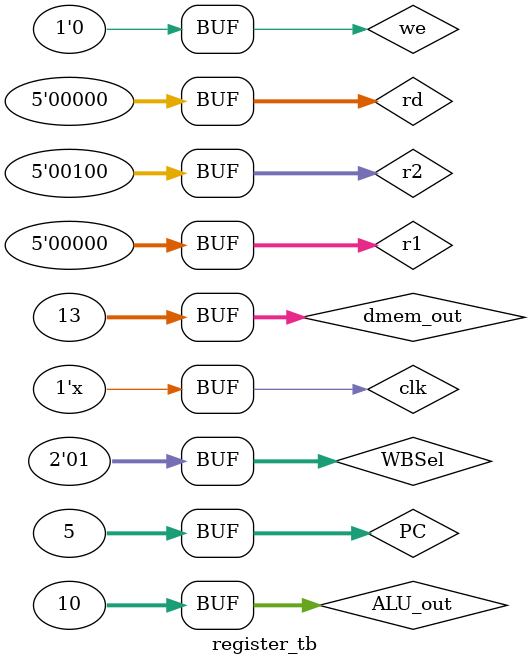
<source format=v>
`timescale 1ns / 1ps
module register_tb; 

    reg clk;
    reg [4:0] r1, r2, rd;
    reg [1:0] WBSel;
    reg [31:0] PC;
    reg [31:0] ALU_out;
    reg [31:0] dmem_out;
    reg we;
    wire [31:0] rdata1, rdata2;

    // DUT instance
    register dut (
        .clk(clk),
        .write_enable(we),
        .rd(rd),
        .r1(r1),
        .r2(r2),
        .WBSel(WBSel),
        .PC(PC),
        .ALU_out(ALU_out),
        .dmem_out(dmem_out),
        .rdata1(rdata1),
        .rdata2(rdata2)
    );

    always #5 clk = ~clk;

    initial begin
        clk = 0;
        we = 0;
        rd = 0;
        r1 = 0;
        r2 = 0;
        WBSel = 2'b00;
        PC = 0;
        ALU_out = 0;
        dmem_out = 0;

        // ALU: 10 to x5
        #10;
        rd = 5;
        ALU_out = 32'd10;
        WBSel = 2'b01;
        we = 1;
        #10;
        we = 0;

        // dmem: 13 to x4
        rd = 4;
        dmem_out = 32'd13;
        WBSel = 2'b10;
        we = 1;
        #10;
        we = 0;
        
        // PC: 5 to x3 (should result in 9)
        rd = 3;
        PC = 32'd5;
        WBSel = 2'b00;
        we = 1;
        #10;
        we = 0;

        r1 = 5;
        r2 = 4;
        #10;
        r1 = 3;
        
        #10;
        rd = 0;
        ALU_out = 32'd10;
        WBSel = 2'b01;
        we = 1;
        #10;
        we = 0;

        r1 = 0;
        #10;
    end
endmodule


</source>
